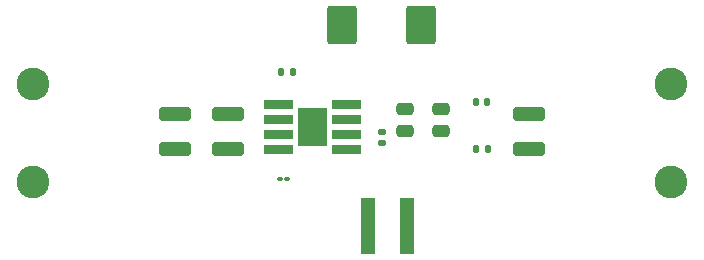
<source format=gts>
%TF.GenerationSoftware,KiCad,Pcbnew,9.0.4*%
%TF.CreationDate,2025-09-24T03:04:27+03:00*%
%TF.ProjectId,TPS54331DDAR_Buck_converter,54505335-3433-4333-9144-4441525f4275,rev?*%
%TF.SameCoordinates,Original*%
%TF.FileFunction,Soldermask,Top*%
%TF.FilePolarity,Negative*%
%FSLAX46Y46*%
G04 Gerber Fmt 4.6, Leading zero omitted, Abs format (unit mm)*
G04 Created by KiCad (PCBNEW 9.0.4) date 2025-09-24 03:04:27*
%MOMM*%
%LPD*%
G01*
G04 APERTURE LIST*
G04 Aperture macros list*
%AMRoundRect*
0 Rectangle with rounded corners*
0 $1 Rounding radius*
0 $2 $3 $4 $5 $6 $7 $8 $9 X,Y pos of 4 corners*
0 Add a 4 corners polygon primitive as box body*
4,1,4,$2,$3,$4,$5,$6,$7,$8,$9,$2,$3,0*
0 Add four circle primitives for the rounded corners*
1,1,$1+$1,$2,$3*
1,1,$1+$1,$4,$5*
1,1,$1+$1,$6,$7*
1,1,$1+$1,$8,$9*
0 Add four rect primitives between the rounded corners*
20,1,$1+$1,$2,$3,$4,$5,0*
20,1,$1+$1,$4,$5,$6,$7,0*
20,1,$1+$1,$6,$7,$8,$9,0*
20,1,$1+$1,$8,$9,$2,$3,0*%
G04 Aperture macros list end*
%ADD10C,0.010000*%
%ADD11RoundRect,0.250000X1.100000X-0.325000X1.100000X0.325000X-1.100000X0.325000X-1.100000X-0.325000X0*%
%ADD12RoundRect,0.100000X-0.130000X-0.100000X0.130000X-0.100000X0.130000X0.100000X-0.130000X0.100000X0*%
%ADD13RoundRect,0.140000X-0.140000X-0.170000X0.140000X-0.170000X0.140000X0.170000X-0.140000X0.170000X0*%
%ADD14C,2.775000*%
%ADD15RoundRect,0.140000X-0.170000X0.140000X-0.170000X-0.140000X0.170000X-0.140000X0.170000X0.140000X0*%
%ADD16RoundRect,0.250000X0.475000X-0.250000X0.475000X0.250000X-0.475000X0.250000X-0.475000X-0.250000X0*%
%ADD17R,1.180000X4.700000*%
%ADD18RoundRect,0.316750X-0.950250X-1.320250X0.950250X-1.320250X0.950250X1.320250X-0.950250X1.320250X0*%
G04 APERTURE END LIST*
D10*
%TO.C,U1*%
X126420000Y-75510000D02*
X124080000Y-75510000D01*
X124080000Y-74870000D01*
X126420000Y-74870000D01*
X126420000Y-75510000D01*
G36*
X126420000Y-75510000D02*
G01*
X124080000Y-75510000D01*
X124080000Y-74870000D01*
X126420000Y-74870000D01*
X126420000Y-75510000D01*
G37*
X126420000Y-76780000D02*
X124080000Y-76780000D01*
X124080000Y-76140000D01*
X126420000Y-76140000D01*
X126420000Y-76780000D01*
G36*
X126420000Y-76780000D02*
G01*
X124080000Y-76780000D01*
X124080000Y-76140000D01*
X126420000Y-76140000D01*
X126420000Y-76780000D01*
G37*
X126420000Y-78050000D02*
X124080000Y-78050000D01*
X124080000Y-77410000D01*
X126420000Y-77410000D01*
X126420000Y-78050000D01*
G36*
X126420000Y-78050000D02*
G01*
X124080000Y-78050000D01*
X124080000Y-77410000D01*
X126420000Y-77410000D01*
X126420000Y-78050000D01*
G37*
X126420000Y-79320000D02*
X124080000Y-79320000D01*
X124080000Y-78680000D01*
X126420000Y-78680000D01*
X126420000Y-79320000D01*
G36*
X126420000Y-79320000D02*
G01*
X124080000Y-79320000D01*
X124080000Y-78680000D01*
X126420000Y-78680000D01*
X126420000Y-79320000D01*
G37*
X129325000Y-78645000D02*
X126925000Y-78645000D01*
X126925000Y-75545000D01*
X129325000Y-75545000D01*
X129325000Y-78645000D01*
G36*
X129325000Y-78645000D02*
G01*
X126925000Y-78645000D01*
X126925000Y-75545000D01*
X129325000Y-75545000D01*
X129325000Y-78645000D01*
G37*
X132170000Y-75510000D02*
X129830000Y-75510000D01*
X129830000Y-74870000D01*
X132170000Y-74870000D01*
X132170000Y-75510000D01*
G36*
X132170000Y-75510000D02*
G01*
X129830000Y-75510000D01*
X129830000Y-74870000D01*
X132170000Y-74870000D01*
X132170000Y-75510000D01*
G37*
X132170000Y-76780000D02*
X129830000Y-76780000D01*
X129830000Y-76140000D01*
X132170000Y-76140000D01*
X132170000Y-76780000D01*
G36*
X132170000Y-76780000D02*
G01*
X129830000Y-76780000D01*
X129830000Y-76140000D01*
X132170000Y-76140000D01*
X132170000Y-76780000D01*
G37*
X132170000Y-78050000D02*
X129830000Y-78050000D01*
X129830000Y-77410000D01*
X132170000Y-77410000D01*
X132170000Y-78050000D01*
G36*
X132170000Y-78050000D02*
G01*
X129830000Y-78050000D01*
X129830000Y-77410000D01*
X132170000Y-77410000D01*
X132170000Y-78050000D01*
G37*
X132170000Y-79320000D02*
X129830000Y-79320000D01*
X129830000Y-78680000D01*
X132170000Y-78680000D01*
X132170000Y-79320000D01*
G36*
X132170000Y-79320000D02*
G01*
X129830000Y-79320000D01*
X129830000Y-78680000D01*
X132170000Y-78680000D01*
X132170000Y-79320000D01*
G37*
%TD*%
D11*
%TO.C,Cin2*%
X121000000Y-78975000D03*
X121000000Y-76025000D03*
%TD*%
D12*
%TO.C,Css1*%
X125360000Y-81500000D03*
X126000000Y-81500000D03*
%TD*%
D13*
%TO.C,Cboot1*%
X125520000Y-72500000D03*
X126480000Y-72500000D03*
%TD*%
D14*
%TO.C,J2*%
X158500000Y-73500000D03*
X158500000Y-81750000D03*
%TD*%
D11*
%TO.C,Cout1*%
X146500000Y-78975000D03*
X146500000Y-76025000D03*
%TD*%
D15*
%TO.C,Rcomp1*%
X134000000Y-77520000D03*
X134000000Y-78480000D03*
%TD*%
D13*
%TO.C,Rfbt1*%
X142020000Y-79000000D03*
X142980000Y-79000000D03*
%TD*%
D11*
%TO.C,Cin1*%
X116500000Y-78950000D03*
X116500000Y-76000000D03*
%TD*%
D13*
%TO.C,Rfbb1*%
X142000000Y-75000000D03*
X142960000Y-75000000D03*
%TD*%
D16*
%TO.C,Ccomp1*%
X136000000Y-77450000D03*
X136000000Y-75550000D03*
%TD*%
D17*
%TO.C,L1*%
X132845000Y-85500000D03*
X136155000Y-85500000D03*
%TD*%
D14*
%TO.C,J1*%
X104500000Y-81750000D03*
X104500000Y-73500000D03*
%TD*%
D16*
%TO.C,Ccomp2*%
X139000000Y-77450000D03*
X139000000Y-75550000D03*
%TD*%
D18*
%TO.C,D1*%
X137365000Y-68500000D03*
X130635000Y-68500000D03*
%TD*%
M02*

</source>
